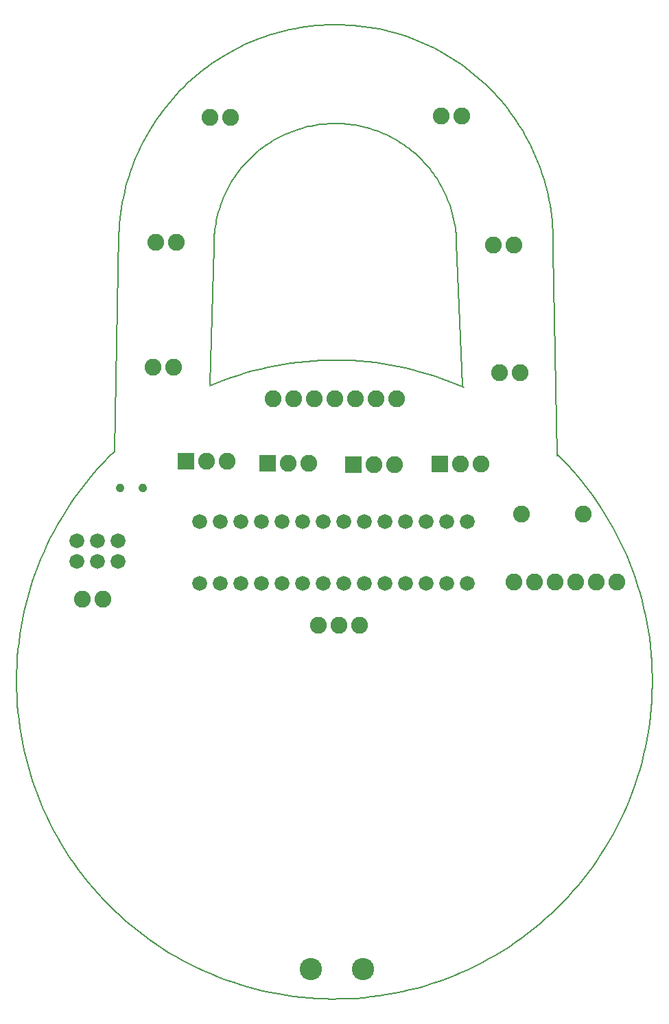
<source format=gts>
G04 EAGLE Gerber X2 export*
G75*
%MOMM*%
%FSLAX34Y34*%
%LPD*%
%AMOC8*
5,1,8,0,0,1.08239X$1,22.5*%
G01*
%ADD10C,0.152400*%
%ADD11C,2.082800*%
%ADD12C,1.828800*%
%ADD13C,2.743200*%
%ADD14R,2.082800X2.082800*%

G36*
X116916Y632253D02*
X116916Y632253D01*
X117042Y632252D01*
X118053Y632391D01*
X118101Y632407D01*
X118191Y632426D01*
X119146Y632788D01*
X119189Y632814D01*
X119273Y632853D01*
X120123Y633417D01*
X120160Y633452D01*
X120232Y633509D01*
X120936Y634249D01*
X120964Y634291D01*
X121022Y634362D01*
X121543Y635240D01*
X121561Y635287D01*
X121602Y635369D01*
X121915Y636341D01*
X121922Y636391D01*
X121943Y636480D01*
X122032Y637498D01*
X122027Y637548D01*
X122028Y637639D01*
X121897Y638603D01*
X121881Y638651D01*
X121862Y638740D01*
X121520Y639651D01*
X121494Y639694D01*
X121455Y639778D01*
X120918Y640589D01*
X120883Y640625D01*
X120827Y640698D01*
X120123Y641370D01*
X120081Y641398D01*
X120010Y641456D01*
X119175Y641954D01*
X119127Y641972D01*
X119045Y642012D01*
X118120Y642312D01*
X118069Y642319D01*
X117980Y642341D01*
X117011Y642427D01*
X116964Y642423D01*
X116889Y642426D01*
X115913Y642324D01*
X115865Y642310D01*
X115775Y642294D01*
X114846Y641978D01*
X114802Y641954D01*
X114717Y641917D01*
X113882Y641403D01*
X113845Y641369D01*
X113770Y641315D01*
X113071Y640627D01*
X113041Y640586D01*
X112981Y640517D01*
X112452Y639690D01*
X112433Y639644D01*
X112389Y639563D01*
X112057Y638640D01*
X112049Y638590D01*
X112024Y638501D01*
X111906Y637527D01*
X111909Y637477D01*
X111905Y637391D01*
X112000Y636389D01*
X112014Y636340D01*
X112030Y636250D01*
X112346Y635294D01*
X112370Y635249D01*
X112406Y635165D01*
X112927Y634304D01*
X112960Y634266D01*
X113013Y634191D01*
X113713Y633467D01*
X113754Y633438D01*
X113823Y633377D01*
X114666Y632827D01*
X114712Y632807D01*
X114793Y632763D01*
X115737Y632415D01*
X115787Y632406D01*
X115875Y632381D01*
X116873Y632251D01*
X116916Y632253D01*
G37*
G36*
X144907Y632253D02*
X144907Y632253D01*
X145033Y632252D01*
X146044Y632391D01*
X146092Y632407D01*
X146182Y632426D01*
X147137Y632788D01*
X147180Y632814D01*
X147264Y632853D01*
X148114Y633417D01*
X148151Y633452D01*
X148223Y633509D01*
X148927Y634249D01*
X148955Y634291D01*
X149013Y634362D01*
X149534Y635240D01*
X149552Y635287D01*
X149593Y635369D01*
X149906Y636341D01*
X149913Y636391D01*
X149934Y636480D01*
X150023Y637498D01*
X150018Y637548D01*
X150019Y637639D01*
X149888Y638603D01*
X149872Y638651D01*
X149853Y638740D01*
X149511Y639651D01*
X149485Y639694D01*
X149446Y639778D01*
X148909Y640589D01*
X148874Y640625D01*
X148818Y640698D01*
X148114Y641370D01*
X148072Y641398D01*
X148001Y641456D01*
X147166Y641954D01*
X147118Y641972D01*
X147036Y642012D01*
X146111Y642312D01*
X146060Y642319D01*
X145971Y642341D01*
X145002Y642427D01*
X144955Y642423D01*
X144880Y642426D01*
X143904Y642324D01*
X143856Y642310D01*
X143766Y642294D01*
X142837Y641978D01*
X142793Y641954D01*
X142708Y641917D01*
X141873Y641403D01*
X141836Y641369D01*
X141761Y641315D01*
X141062Y640627D01*
X141032Y640586D01*
X140972Y640517D01*
X140443Y639690D01*
X140424Y639644D01*
X140380Y639563D01*
X140048Y638640D01*
X140040Y638590D01*
X140015Y638501D01*
X139897Y637527D01*
X139900Y637477D01*
X139896Y637391D01*
X139991Y636389D01*
X140005Y636340D01*
X140021Y636250D01*
X140337Y635294D01*
X140361Y635249D01*
X140397Y635165D01*
X140918Y634304D01*
X140951Y634266D01*
X141004Y634191D01*
X141704Y633467D01*
X141745Y633438D01*
X141814Y633377D01*
X142657Y632827D01*
X142703Y632807D01*
X142784Y632763D01*
X143728Y632415D01*
X143778Y632406D01*
X143866Y632381D01*
X144864Y632251D01*
X144907Y632253D01*
G37*
D10*
X540750Y761250D02*
X532044Y765004D01*
X523248Y768545D01*
X514370Y771872D01*
X505413Y774981D01*
X496383Y777871D01*
X487285Y780541D01*
X478125Y782989D01*
X468908Y785213D01*
X459640Y787212D01*
X450326Y788985D01*
X440972Y790530D01*
X431583Y791848D01*
X422164Y792937D01*
X412722Y793796D01*
X403261Y794426D01*
X393788Y794825D01*
X384309Y794993D01*
X374828Y794931D01*
X365351Y794637D01*
X355884Y794114D01*
X346433Y793360D01*
X337003Y792377D01*
X327599Y791164D01*
X318228Y789723D01*
X308895Y788054D01*
X299605Y786158D01*
X290364Y784038D01*
X281177Y781692D01*
X272050Y779125D01*
X262988Y776335D01*
X253997Y773326D01*
X245082Y770099D01*
X236248Y766657D01*
X227500Y763000D01*
X227500Y764750D02*
X232750Y934500D01*
X532000Y939750D02*
X539000Y763000D01*
X532000Y939750D02*
X531892Y943393D01*
X531695Y947032D01*
X531409Y950665D01*
X531035Y954290D01*
X530573Y957905D01*
X530023Y961508D01*
X529386Y965096D01*
X528661Y968667D01*
X527850Y972220D01*
X526952Y975752D01*
X525968Y979261D01*
X524900Y982746D01*
X523747Y986203D01*
X522510Y989631D01*
X521189Y993027D01*
X519787Y996391D01*
X518303Y999720D01*
X516738Y1003011D01*
X515094Y1006263D01*
X513371Y1009475D01*
X511571Y1012643D01*
X509693Y1015767D01*
X507741Y1018844D01*
X505714Y1021872D01*
X503613Y1024851D01*
X501441Y1027777D01*
X499198Y1030650D01*
X496886Y1033467D01*
X494506Y1036226D01*
X492060Y1038928D01*
X489548Y1041568D01*
X486973Y1044147D01*
X484336Y1046662D01*
X481639Y1049113D01*
X478882Y1051497D01*
X476068Y1053813D01*
X473199Y1056060D01*
X470276Y1058236D01*
X467301Y1060341D01*
X464275Y1062372D01*
X461201Y1064330D01*
X458080Y1066211D01*
X454914Y1068017D01*
X451705Y1069744D01*
X448455Y1071393D01*
X445166Y1072962D01*
X441840Y1074451D01*
X438478Y1075858D01*
X435083Y1077183D01*
X431657Y1078425D01*
X428202Y1079584D01*
X424719Y1080657D01*
X421211Y1081646D01*
X417681Y1082549D01*
X414129Y1083365D01*
X410558Y1084095D01*
X406971Y1084738D01*
X403369Y1085293D01*
X399755Y1085760D01*
X396130Y1086139D01*
X392498Y1086430D01*
X388859Y1086632D01*
X385216Y1086746D01*
X381572Y1086771D01*
X377928Y1086707D01*
X374287Y1086554D01*
X370651Y1086313D01*
X367021Y1085983D01*
X363401Y1085565D01*
X359792Y1085059D01*
X356196Y1084465D01*
X352616Y1083784D01*
X349054Y1083016D01*
X345511Y1082161D01*
X341990Y1081221D01*
X338493Y1080195D01*
X335022Y1079084D01*
X331580Y1077888D01*
X328167Y1076610D01*
X324786Y1075248D01*
X321440Y1073805D01*
X318130Y1072281D01*
X314858Y1070676D01*
X311626Y1068993D01*
X308435Y1067231D01*
X305289Y1065392D01*
X302189Y1063476D01*
X299136Y1061486D01*
X296132Y1059422D01*
X293179Y1057286D01*
X290280Y1055078D01*
X287435Y1052801D01*
X284646Y1050455D01*
X281916Y1048041D01*
X279244Y1045562D01*
X276634Y1043019D01*
X274087Y1040412D01*
X271604Y1037745D01*
X269187Y1035018D01*
X266837Y1032232D01*
X264555Y1029391D01*
X262343Y1026494D01*
X260202Y1023545D01*
X258134Y1020544D01*
X256140Y1017494D01*
X254220Y1014396D01*
X252376Y1011253D01*
X250610Y1008065D01*
X248922Y1004835D01*
X247312Y1001566D01*
X245783Y998258D01*
X244335Y994913D01*
X242969Y991535D01*
X241685Y988124D01*
X240485Y984683D01*
X239369Y981214D01*
X238338Y977718D01*
X237392Y974199D01*
X236532Y970657D01*
X235759Y967096D01*
X235073Y963517D01*
X234474Y959922D01*
X233962Y956314D01*
X233539Y952694D01*
X233204Y949065D01*
X232958Y945429D01*
X232800Y941788D01*
X232730Y938144D01*
X232750Y934500D01*
X115499Y950250D02*
X115814Y956797D01*
X116288Y963334D01*
X116922Y969858D01*
X117715Y976364D01*
X118668Y982849D01*
X119778Y989309D01*
X121047Y995739D01*
X122472Y1002137D01*
X124053Y1008498D01*
X125789Y1014818D01*
X127679Y1021094D01*
X129722Y1027322D01*
X131917Y1033498D01*
X134263Y1039618D01*
X136757Y1045679D01*
X139398Y1051678D01*
X142186Y1057610D01*
X145118Y1063472D01*
X148192Y1069261D01*
X151407Y1074972D01*
X154761Y1080604D01*
X158251Y1086151D01*
X161876Y1091612D01*
X165634Y1096983D01*
X169521Y1102259D01*
X173537Y1107440D01*
X177678Y1112520D01*
X181942Y1117498D01*
X186327Y1122370D01*
X190829Y1127133D01*
X195446Y1131785D01*
X200176Y1136322D01*
X205016Y1140743D01*
X209962Y1145044D01*
X215011Y1149222D01*
X220162Y1153276D01*
X225410Y1157202D01*
X230752Y1161000D01*
X236186Y1164665D01*
X241708Y1168196D01*
X247314Y1171591D01*
X253002Y1174849D01*
X258768Y1177966D01*
X264608Y1180941D01*
X270520Y1183772D01*
X276498Y1186458D01*
X282541Y1188997D01*
X288644Y1191387D01*
X294803Y1193628D01*
X301016Y1195717D01*
X307278Y1197654D01*
X313585Y1199437D01*
X319934Y1201065D01*
X326321Y1202537D01*
X332742Y1203853D01*
X339193Y1205011D01*
X345671Y1206011D01*
X352171Y1206853D01*
X358689Y1207535D01*
X365223Y1208058D01*
X371767Y1208421D01*
X378319Y1208623D01*
X384873Y1208666D01*
X391426Y1208548D01*
X397975Y1208269D01*
X404514Y1207831D01*
X411041Y1207233D01*
X417552Y1206476D01*
X424042Y1205559D01*
X430508Y1204484D01*
X436945Y1203251D01*
X443350Y1201862D01*
X449720Y1200316D01*
X456049Y1198614D01*
X462336Y1196759D01*
X468575Y1194750D01*
X474763Y1192589D01*
X480896Y1190278D01*
X486971Y1187817D01*
X492984Y1185208D01*
X498931Y1182454D01*
X504809Y1179554D01*
X510615Y1176512D01*
X516344Y1173328D01*
X521994Y1170006D01*
X527561Y1166546D01*
X533042Y1162951D01*
X538433Y1159224D01*
X543731Y1155365D01*
X548933Y1151378D01*
X554037Y1147265D01*
X559038Y1143029D01*
X563934Y1138671D01*
X568722Y1134195D01*
X573399Y1129603D01*
X577963Y1124899D01*
X582410Y1120084D01*
X586738Y1115161D01*
X590944Y1110135D01*
X595026Y1105007D01*
X598982Y1099781D01*
X602808Y1094459D01*
X606503Y1089046D01*
X610065Y1083544D01*
X613491Y1077956D01*
X616780Y1072286D01*
X619929Y1066538D01*
X622936Y1060714D01*
X625800Y1054818D01*
X628519Y1048854D01*
X631091Y1042826D01*
X633515Y1036736D01*
X635790Y1030589D01*
X637913Y1024388D01*
X639884Y1018137D01*
X641702Y1011840D01*
X643365Y1005500D01*
X644873Y999121D01*
X646224Y992708D01*
X647418Y986263D01*
X648454Y979791D01*
X649331Y973296D01*
X650049Y966781D01*
X650608Y960250D01*
X651007Y953708D01*
X651246Y947158D01*
X651324Y940604D01*
X651242Y934050D01*
X651000Y927500D01*
X115500Y950250D02*
X110250Y682500D01*
X656250Y677250D02*
X651000Y929250D01*
X656250Y679000D02*
X663012Y672198D01*
X669605Y665232D01*
X676027Y658107D01*
X682272Y650827D01*
X688337Y643397D01*
X694219Y635821D01*
X699914Y628103D01*
X705418Y620248D01*
X710729Y612261D01*
X715842Y604146D01*
X720756Y595909D01*
X725467Y587554D01*
X729973Y579087D01*
X734270Y570511D01*
X738356Y561834D01*
X742229Y553059D01*
X745886Y544192D01*
X749325Y535238D01*
X752544Y526203D01*
X755541Y517092D01*
X758315Y507910D01*
X760863Y498663D01*
X763184Y489357D01*
X765278Y479996D01*
X767141Y470588D01*
X768775Y461136D01*
X770176Y451648D01*
X771345Y442128D01*
X772281Y432582D01*
X772984Y423016D01*
X773452Y413436D01*
X773686Y403847D01*
X773685Y394256D01*
X773450Y384667D01*
X772981Y375087D01*
X772277Y365522D01*
X771340Y355976D01*
X770170Y346456D01*
X768767Y336968D01*
X767133Y327516D01*
X765268Y318108D01*
X763174Y308748D01*
X760851Y299442D01*
X758302Y290195D01*
X755527Y281014D01*
X752529Y271903D01*
X749308Y262868D01*
X745868Y253915D01*
X742210Y245048D01*
X738337Y236274D01*
X734249Y227597D01*
X729951Y219022D01*
X725445Y210555D01*
X720733Y202201D01*
X715818Y193964D01*
X710703Y185850D01*
X705392Y177864D01*
X699886Y170009D01*
X694191Y162292D01*
X688308Y154716D01*
X682242Y147287D01*
X675996Y140008D01*
X669574Y132884D01*
X662979Y125919D01*
X656217Y119117D01*
X649290Y112482D01*
X642202Y106019D01*
X634959Y99732D01*
X627565Y93623D01*
X620023Y87697D01*
X612339Y81957D01*
X604516Y76406D01*
X596561Y71049D01*
X588476Y65887D01*
X580268Y60925D01*
X571941Y56165D01*
X563500Y51610D01*
X554950Y47262D01*
X546297Y43126D01*
X537545Y39201D01*
X528700Y35492D01*
X519766Y32001D01*
X510750Y28729D01*
X501657Y25678D01*
X492491Y22850D01*
X483260Y20248D01*
X473967Y17872D01*
X464619Y15723D01*
X455222Y13804D01*
X445780Y12116D01*
X436300Y10658D01*
X426787Y9433D01*
X417247Y8441D01*
X407685Y7683D01*
X398108Y7158D01*
X388521Y6868D01*
X378929Y6812D01*
X369340Y6991D01*
X359757Y7404D01*
X350187Y8051D01*
X340636Y8932D01*
X331110Y10047D01*
X321613Y11394D01*
X312153Y12972D01*
X302733Y14782D01*
X293361Y16821D01*
X284042Y19089D01*
X274780Y21584D01*
X265583Y24305D01*
X256454Y27250D01*
X247401Y30417D01*
X238427Y33804D01*
X229539Y37410D01*
X220742Y41232D01*
X212041Y45268D01*
X203442Y49516D01*
X194948Y53972D01*
X186566Y58635D01*
X178301Y63502D01*
X170157Y68569D01*
X162140Y73833D01*
X154253Y79292D01*
X146503Y84943D01*
X138893Y90781D01*
X131427Y96803D01*
X124112Y103006D01*
X116950Y109386D01*
X109946Y115940D01*
X103105Y122662D01*
X96430Y129550D01*
X89926Y136599D01*
X83595Y143805D01*
X77443Y151164D01*
X71473Y158671D01*
X65688Y166321D01*
X60091Y174111D01*
X54687Y182035D01*
X49478Y190089D01*
X44468Y198268D01*
X39659Y206566D01*
X35054Y214980D01*
X30657Y223505D01*
X26469Y232134D01*
X22494Y240862D01*
X18733Y249686D01*
X15189Y258599D01*
X11864Y267595D01*
X8760Y276671D01*
X5878Y285819D01*
X3221Y295035D01*
X791Y304314D01*
X-1412Y313649D01*
X-3386Y323035D01*
X-5131Y332467D01*
X-6644Y341938D01*
X-7924Y351444D01*
X-8973Y360978D01*
X-9787Y370535D01*
X-10368Y380109D01*
X-10715Y389694D01*
X-10827Y399285D01*
X-10705Y408876D01*
X-10348Y418460D01*
X-9757Y428034D01*
X-8932Y437590D01*
X-7873Y447123D01*
X-6582Y456627D01*
X-5059Y466097D01*
X-3305Y475527D01*
X-1321Y484911D01*
X892Y494243D01*
X3333Y503519D01*
X6000Y512733D01*
X8891Y521878D01*
X12005Y530950D01*
X15339Y539943D01*
X18893Y548852D01*
X22663Y557671D01*
X26648Y566396D01*
X30845Y575021D01*
X35252Y583540D01*
X39865Y591949D01*
X44683Y600243D01*
X49702Y608416D01*
X54919Y616465D01*
X60332Y624383D01*
X65937Y632167D01*
X71730Y639811D01*
X77708Y647311D01*
X83869Y654663D01*
X90206Y661862D01*
X96719Y668904D01*
X103401Y675785D01*
X110249Y682501D01*
D11*
X387200Y467600D03*
X361800Y467600D03*
X412600Y467600D03*
X157950Y786450D03*
X183350Y786450D03*
X160950Y940450D03*
X186350Y940450D03*
X228200Y1094100D03*
X253600Y1094100D03*
X512950Y1095850D03*
X538350Y1095850D03*
X577200Y936600D03*
X602600Y936600D03*
X585450Y779100D03*
X610850Y779100D03*
D12*
X89150Y571650D03*
X89150Y546250D03*
X114550Y546250D03*
X114550Y571650D03*
X63750Y571650D03*
X63750Y546250D03*
D11*
X729700Y521500D03*
X704300Y521500D03*
X678900Y521500D03*
X653500Y521500D03*
X628100Y521500D03*
X602700Y521500D03*
X612500Y605350D03*
X688700Y605350D03*
X458050Y747300D03*
X432650Y747300D03*
X407250Y747300D03*
X381850Y747300D03*
X356450Y747300D03*
X331050Y747300D03*
X305650Y747300D03*
D13*
X416950Y43600D03*
X351950Y43600D03*
D12*
X215200Y519450D03*
X240600Y519450D03*
X266000Y519450D03*
X291400Y519450D03*
X316800Y519450D03*
X342200Y519450D03*
X367600Y519450D03*
X393000Y519450D03*
X418400Y519450D03*
X443800Y519450D03*
X469200Y519450D03*
X494600Y519450D03*
X520000Y519450D03*
X545400Y519450D03*
X545400Y595650D03*
X520000Y595650D03*
X494600Y595650D03*
X469200Y595650D03*
X443800Y595650D03*
X418400Y595650D03*
X393000Y595650D03*
X367600Y595650D03*
X342200Y595650D03*
X316800Y595650D03*
X291400Y595650D03*
X266000Y595650D03*
X240600Y595650D03*
X215200Y595650D03*
D14*
X511550Y667100D03*
D11*
X536950Y667100D03*
X562350Y667100D03*
D14*
X404450Y665850D03*
D11*
X429850Y665850D03*
X455250Y665850D03*
D14*
X299350Y667600D03*
D11*
X324750Y667600D03*
X350150Y667600D03*
D14*
X198250Y670100D03*
D11*
X223650Y670100D03*
X249050Y670100D03*
X70000Y500000D03*
X95400Y500000D03*
M02*

</source>
